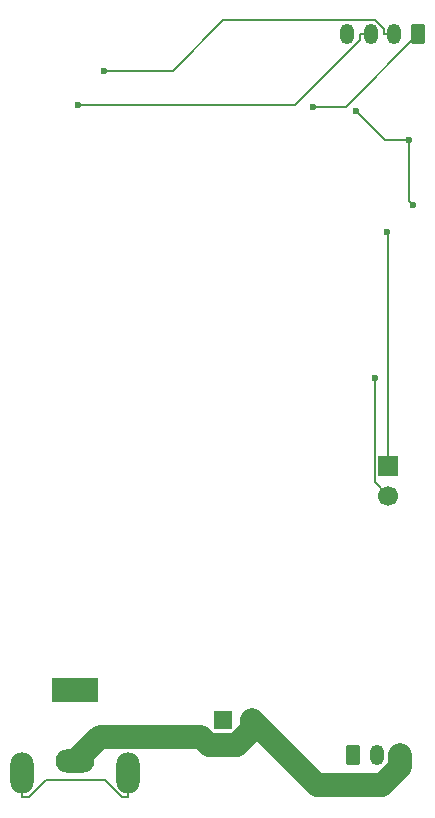
<source format=gbr>
%TF.GenerationSoftware,KiCad,Pcbnew,9.0.6-9.0.6~ubuntu22.04.1*%
%TF.CreationDate,2025-11-25T00:54:20+02:00*%
%TF.ProjectId,pico,7069636f-2e6b-4696-9361-645f70636258,1*%
%TF.SameCoordinates,Original*%
%TF.FileFunction,Copper,L2,Bot*%
%TF.FilePolarity,Positive*%
%FSLAX46Y46*%
G04 Gerber Fmt 4.6, Leading zero omitted, Abs format (unit mm)*
G04 Created by KiCad (PCBNEW 9.0.6-9.0.6~ubuntu22.04.1) date 2025-11-25 00:54:20*
%MOMM*%
%LPD*%
G01*
G04 APERTURE LIST*
G04 Aperture macros list*
%AMRoundRect*
0 Rectangle with rounded corners*
0 $1 Rounding radius*
0 $2 $3 $4 $5 $6 $7 $8 $9 X,Y pos of 4 corners*
0 Add a 4 corners polygon primitive as box body*
4,1,4,$2,$3,$4,$5,$6,$7,$8,$9,$2,$3,0*
0 Add four circle primitives for the rounded corners*
1,1,$1+$1,$2,$3*
1,1,$1+$1,$4,$5*
1,1,$1+$1,$6,$7*
1,1,$1+$1,$8,$9*
0 Add four rect primitives between the rounded corners*
20,1,$1+$1,$2,$3,$4,$5,0*
20,1,$1+$1,$4,$5,$6,$7,0*
20,1,$1+$1,$6,$7,$8,$9,0*
20,1,$1+$1,$8,$9,$2,$3,0*%
G04 Aperture macros list end*
%TA.AperFunction,ComponentPad*%
%ADD10RoundRect,0.250000X-0.550000X-0.550000X0.550000X-0.550000X0.550000X0.550000X-0.550000X0.550000X0*%
%TD*%
%TA.AperFunction,ComponentPad*%
%ADD11C,1.600000*%
%TD*%
%TA.AperFunction,ComponentPad*%
%ADD12C,1.700000*%
%TD*%
%TA.AperFunction,ComponentPad*%
%ADD13R,1.700000X1.700000*%
%TD*%
%TA.AperFunction,ComponentPad*%
%ADD14RoundRect,0.250000X0.350000X0.625000X-0.350000X0.625000X-0.350000X-0.625000X0.350000X-0.625000X0*%
%TD*%
%TA.AperFunction,ComponentPad*%
%ADD15O,1.200000X1.750000*%
%TD*%
%TA.AperFunction,ComponentPad*%
%ADD16RoundRect,0.250000X-0.350000X-0.625000X0.350000X-0.625000X0.350000X0.625000X-0.350000X0.625000X0*%
%TD*%
%TA.AperFunction,ComponentPad*%
%ADD17R,4.000000X2.000000*%
%TD*%
%TA.AperFunction,ComponentPad*%
%ADD18O,3.300000X2.000000*%
%TD*%
%TA.AperFunction,ComponentPad*%
%ADD19O,2.000000X3.500000*%
%TD*%
%TA.AperFunction,ViaPad*%
%ADD20C,0.600000*%
%TD*%
%TA.AperFunction,Conductor*%
%ADD21C,0.200000*%
%TD*%
%TA.AperFunction,Conductor*%
%ADD22C,2.000000*%
%TD*%
G04 APERTURE END LIST*
D10*
%TO.P,C6,1*%
%TO.N,Net-(A1-VBUS)*%
X120000000Y-115000000D03*
D11*
%TO.P,C6,2*%
%TO.N,Net-(J2-Pin_3)*%
X122500000Y-115000000D03*
%TD*%
D12*
%TO.P,J4,2,Pin_2*%
%TO.N,GNDREF*%
X134000000Y-96040000D03*
D13*
%TO.P,J4,1,Pin_1*%
%TO.N,Net-(J4-Pin_1)*%
X134000000Y-93500000D03*
%TD*%
D14*
%TO.P,J3,1,Pin_1*%
%TO.N,3.3VDC*%
X136500000Y-56950000D03*
D15*
%TO.P,J3,2,Pin_2*%
%TO.N,Net-(A1-GPIO4)*%
X134500000Y-56950000D03*
%TO.P,J3,3,Pin_3*%
%TO.N,Net-(A1-GPIO3)*%
X132500000Y-56950000D03*
%TO.P,J3,4,Pin_4*%
%TO.N,Net-(J2-Pin_3)*%
X130500000Y-56950000D03*
%TD*%
D16*
%TO.P,J2,1,Pin_1*%
%TO.N,Net-(A1-VBUS)*%
X131000000Y-118000000D03*
D15*
%TO.P,J2,2,Pin_2*%
%TO.N,Net-(J2-Pin_2)*%
X133000000Y-118000000D03*
%TO.P,J2,3,Pin_3*%
%TO.N,Net-(J2-Pin_3)*%
X135000000Y-118000000D03*
%TD*%
D17*
%TO.P,J1,1*%
%TO.N,Net-(A1-VBUS)*%
X107500000Y-112500000D03*
D18*
%TO.P,J1,2*%
%TO.N,Net-(J2-Pin_3)*%
X107500000Y-118500000D03*
D19*
%TO.P,J1,MP,MountPin*%
%TO.N,unconnected-(J1-MountPin-PadMP)*%
X103000000Y-119500000D03*
X112000000Y-119500000D03*
%TD*%
D20*
%TO.N,Net-(J4-Pin_1)*%
X133924700Y-73718200D03*
%TO.N,Net-(A1-GPIO3)*%
X107751300Y-62906400D03*
%TO.N,3.3VDC*%
X127659900Y-63074800D03*
%TO.N,Net-(A1-GPIO4)*%
X109950300Y-60016000D03*
%TO.N,GNDREF*%
X132853100Y-86082500D03*
X135723600Y-65881700D03*
X131253200Y-63452400D03*
X136087600Y-71410200D03*
%TD*%
D21*
%TO.N,unconnected-(J1-MountPin-PadMP)*%
X111460800Y-121551700D02*
X112000000Y-121551700D01*
X110009900Y-120100800D02*
X111460800Y-121551700D01*
X104990100Y-120100800D02*
X110009900Y-120100800D01*
X103539200Y-121551700D02*
X104990100Y-120100800D01*
X103000000Y-121551700D02*
X103539200Y-121551700D01*
X103000000Y-119500000D02*
X103000000Y-121551700D01*
X112000000Y-119500000D02*
X112000000Y-121551700D01*
D22*
%TO.N,Net-(J2-Pin_3)*%
X135000000Y-118963000D02*
X135000000Y-118000000D01*
X133463000Y-120500000D02*
X135000000Y-118963000D01*
X128000000Y-120500000D02*
X133463000Y-120500000D01*
X122500000Y-115000000D02*
X128000000Y-120500000D01*
X122500000Y-115800000D02*
X122500000Y-115000000D01*
X121199000Y-117101000D02*
X122500000Y-115800000D01*
X118801000Y-117101000D02*
X121199000Y-117101000D01*
X118149000Y-116449000D02*
X118801000Y-117101000D01*
X109551000Y-116449000D02*
X118149000Y-116449000D01*
X107500000Y-118500000D02*
X109551000Y-116449000D01*
D21*
%TO.N,Net-(J4-Pin_1)*%
X134000000Y-73793500D02*
X133924700Y-73718200D01*
X134000000Y-93500000D02*
X134000000Y-73793500D01*
X133924700Y-73718200D02*
X133859200Y-73652700D01*
X133859200Y-73652700D02*
X133924700Y-73718200D01*
%TO.N,Net-(A1-GPIO3)*%
X131598300Y-57436500D02*
X131598300Y-56950000D01*
X126128400Y-62906400D02*
X131598300Y-57436500D01*
X107751300Y-62906400D02*
X126128400Y-62906400D01*
X132500000Y-56950000D02*
X131598300Y-56950000D01*
%TO.N,3.3VDC*%
X130375200Y-63074800D02*
X127659900Y-63074800D01*
X136500000Y-56950000D02*
X130375200Y-63074800D01*
%TO.N,Net-(A1-GPIO4)*%
X133598300Y-56463500D02*
X133598300Y-56950000D01*
X132882100Y-55747300D02*
X133598300Y-56463500D01*
X120036400Y-55747300D02*
X132882100Y-55747300D01*
X115767700Y-60016000D02*
X120036400Y-55747300D01*
X109950300Y-60016000D02*
X115767700Y-60016000D01*
X134500000Y-56950000D02*
X133598300Y-56950000D01*
%TO.N,GNDREF*%
X132848300Y-86087300D02*
X132853100Y-86082500D01*
X132848300Y-94888300D02*
X132848300Y-86087300D01*
X134000000Y-96040000D02*
X132848300Y-94888300D01*
X133682500Y-65881700D02*
X131253200Y-63452400D01*
X135723600Y-65881700D02*
X133682500Y-65881700D01*
X135723600Y-71046200D02*
X135723600Y-65881700D01*
X136087600Y-71410200D02*
X135723600Y-71046200D01*
X136087600Y-71410200D02*
X135910500Y-71587300D01*
X135910500Y-71587300D02*
X136087600Y-71410200D01*
%TD*%
M02*

</source>
